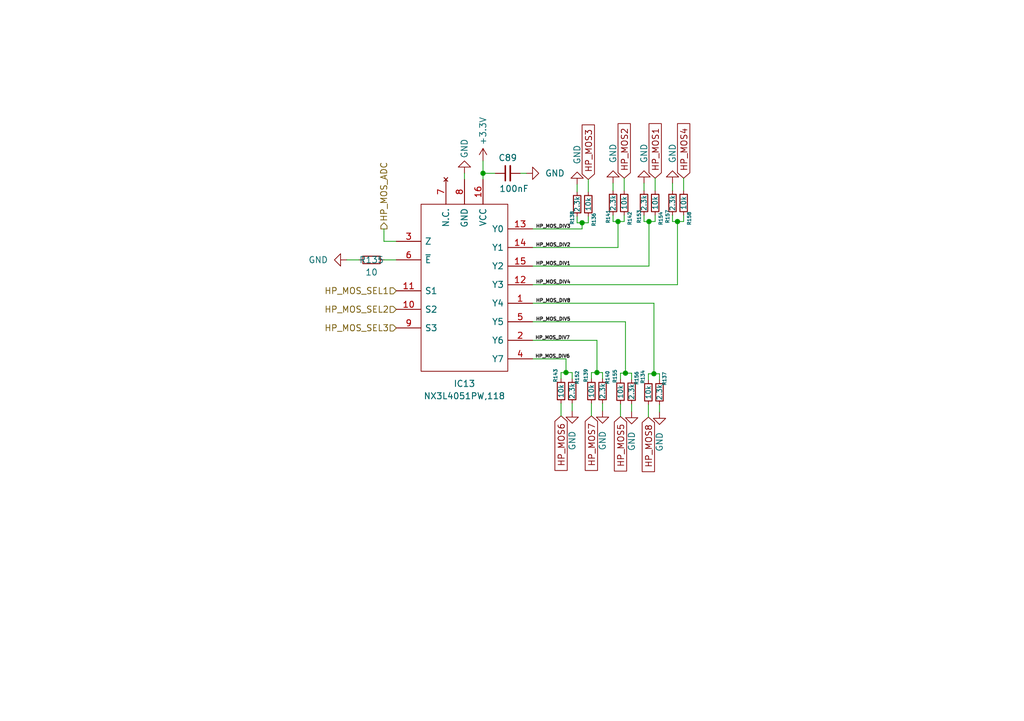
<source format=kicad_sch>
(kicad_sch (version 20211123) (generator eeschema)
  (paper "A5")
  (lib_symbols
    (symbol "Device:C_Small" (pin_numbers hide) (pin_names (offset 0.254) hide)
      (property "Reference" "C" (at 0.254 1.778 0))
      (property "Value" "C_Small" (at 0.254 -2.032 0))
      (symbol "C_Small_0_1"
        (polyline (pts (xy -1.524 -0.508) (xy 1.524 -0.508)) (stroke (width 0.3302)))
        (polyline (pts (xy -1.524 0.508) (xy 1.524 0.508)) (stroke (width 0.3048)))
      )
      (symbol "C_Small_1_1"
        (pin passive line (at 0 2.54 270) (length 2.032) (name "~") (number "1"))
        (pin passive line (at 0 -2.54 90) (length 2.032) (name "~") (number "2"))
      )
    )
    (symbol "Device:R_Small" (pin_numbers hide) (pin_names (offset 0.254) hide)
      (property "Reference" "R" (at 0.762 0.508 0))
      (property "Value" "R_Small" (at 0.762 -1.016 0))
      (symbol "R_Small_0_1"
        (rectangle (start -0.762 1.778) (end 0.762 -1.778) (stroke (width 0.2032)))
      )
      (symbol "R_Small_1_1"
        (pin passive line (at 0 2.54 270) (length 0.762) (name "~") (number "1"))
        (pin passive line (at 0 -2.54 90) (length 0.762) (name "~") (number "2"))
      )
    )
    (symbol "pdms_additional:NX3L4051PW,118" (pin_names (offset 0.762))
      (property "Reference" "IC" (at 59.69 12.7 0))
      (property "Value" "NX3L4051PW,118" (at 59.69 10.16 0))
      (symbol "NX3L4051PW,118_0_0"
        (pin passive line (at 27.94 -17.78 180) (length 5.08) (name "Y4") (number "1"))
        (pin passive line (at 0 -19.05 0) (length 5.08) (name "S2") (number "10"))
        (pin passive line (at 0 -15.24 0) (length 5.08) (name "S1") (number "11"))
        (pin passive line (at 27.94 -13.97 180) (length 5.08) (name "Y3") (number "12"))
        (pin passive line (at 27.94 -2.54 180) (length 5.08) (name "Y0") (number "13"))
        (pin passive line (at 27.94 -6.35 180) (length 5.08) (name "Y1") (number "14"))
        (pin passive line (at 27.94 -10.16 180) (length 5.08) (name "Y2") (number "15"))
        (pin passive line (at 17.78 7.62 270) (length 5.08) (name "VCC") (number "16"))
        (pin passive line (at 27.94 -25.4 180) (length 5.08) (name "Y6") (number "2"))
        (pin passive line (at 0 -5.08 0) (length 5.08) (name "Z") (number "3"))
        (pin passive line (at 27.94 -29.21 180) (length 5.08) (name "Y7") (number "4"))
        (pin passive line (at 27.94 -21.59 180) (length 5.08) (name "Y5") (number "5"))
        (pin passive line (at 0 -8.89 0) (length 5.08) (name "~{E}") (number "6"))
        (pin no_connect line (at 10.16 7.62 270) (length 5.08) (name "N.C.") (number "7"))
        (pin passive line (at 13.97 7.62 270) (length 5.08) (name "GND") (number "8"))
        (pin passive line (at 0 -22.86 0) (length 5.08) (name "S3") (number "9"))
      )
      (symbol "NX3L4051PW,118_0_1"
        (polyline (pts (xy 5.08 2.54) (xy 22.86 2.54) (xy 22.86 -31.75) (xy 5.08 -31.75) (xy 5.08 2.54)) (stroke (width 0.1524)))
      )
    )
    (symbol "power:+3.3V" (power) (pin_names (offset 0))
      (property "Value" "+3.3V" (at 0 3.556 0))
      (symbol "+3.3V_0_1"
        (polyline (pts (xy -0.762 1.27) (xy 0 2.54)))
        (polyline (pts (xy 0 0) (xy 0 2.54)))
        (polyline (pts (xy 0 2.54) (xy 0.762 1.27)))
      )
      (symbol "+3.3V_1_1"
        (pin power_in line (at 0 0 90) (length 0) hide (name "+3.3V") (number "1"))
      )
    )
    (symbol "power:GND" (power) (pin_names (offset 0))
      (property "Value" "GND" (at 0 -3.81 0))
      (symbol "GND_0_1"
        (polyline (pts (xy 0 0) (xy 0 -1.27) (xy 1.27 -1.27) (xy 0 -2.54) (xy -1.27 -1.27) (xy 0 -1.27)))
      )
      (symbol "GND_1_1"
        (pin power_in line (at 0 0 270) (length 0) hide (name "GND") (number "1"))
      )
    )
  )
  (junction (at 116.078 76.454))
  (junction (at 138.938 45.466))
  (junction (at 122.428 76.454))
  (junction (at 99.06 35.56))
  (junction (at 128.27 76.581))
  (junction (at 134.112 76.708))
  (junction (at 133.096 45.466))
  (junction (at 119.38 45.72))
  (junction (at 126.746 45.466))
  (wire (pts (xy 106.68 35.56) (xy 107.95 35.56)))
  (wire (pts (xy 121.285 82.804) (xy 121.285 85.344)))
  (wire (pts (xy 132.08 39.116) (xy 132.08 37.592)))
  (wire (pts (xy 117.348 82.804) (xy 117.348 84.328)))
  (wire (pts (xy 78.74 49.53) (xy 81.28 49.53)))
  (wire (pts (xy 129.54 82.931) (xy 129.54 84.455)))
  (wire (pts (xy 109.22 46.99) (xy 119.38 46.99)))
  (wire (pts (xy 140.208 45.466) (xy 140.208 44.196)))
  (wire (pts (xy 135.255 83.058) (xy 135.255 84.582)))
  (wire (pts (xy 121.285 76.454) (xy 122.428 76.454)))
  (wire (pts (xy 99.06 33.02) (xy 99.06 35.56)))
  (wire (pts (xy 117.348 77.724) (xy 117.348 76.454)))
  (wire (pts (xy 122.428 69.85) (xy 122.428 76.454)))
  (wire (pts (xy 118.364 39.37) (xy 118.364 37.846)))
  (wire (pts (xy 127.254 82.931) (xy 127.254 85.471)))
  (wire (pts (xy 126.746 45.466) (xy 126.746 50.8)))
  (wire (pts (xy 119.38 45.72) (xy 120.65 45.72)))
  (wire (pts (xy 134.112 76.708) (xy 135.255 76.708)))
  (wire (pts (xy 137.922 39.116) (xy 137.922 37.592)))
  (wire (pts (xy 132.969 76.708) (xy 134.112 76.708)))
  (wire (pts (xy 120.65 45.72) (xy 120.65 44.45)))
  (wire (pts (xy 121.285 76.454) (xy 121.285 77.724)))
  (wire (pts (xy 95.25 35.56) (xy 95.25 36.83)))
  (wire (pts (xy 125.73 44.196) (xy 125.73 45.466)))
  (wire (pts (xy 125.73 39.116) (xy 125.73 37.592)))
  (wire (pts (xy 125.73 45.466) (xy 126.746 45.466)))
  (wire (pts (xy 134.366 45.466) (xy 134.366 44.196)))
  (wire (pts (xy 78.74 53.34) (xy 81.28 53.34)))
  (wire (pts (xy 123.571 77.724) (xy 123.571 76.454)))
  (wire (pts (xy 109.22 69.85) (xy 122.428 69.85)))
  (wire (pts (xy 109.22 73.66) (xy 116.078 73.66)))
  (wire (pts (xy 116.078 73.66) (xy 116.078 76.454)))
  (wire (pts (xy 138.938 45.466) (xy 138.938 58.42)))
  (wire (pts (xy 122.428 76.454) (xy 123.571 76.454)))
  (wire (pts (xy 109.22 54.61) (xy 133.096 54.61)))
  (wire (pts (xy 115.062 76.454) (xy 116.078 76.454)))
  (wire (pts (xy 134.366 39.116) (xy 134.366 36.576)))
  (wire (pts (xy 128.27 66.04) (xy 128.27 76.581)))
  (wire (pts (xy 138.938 45.466) (xy 140.208 45.466)))
  (wire (pts (xy 128.016 45.466) (xy 128.016 44.196)))
  (wire (pts (xy 109.22 62.23) (xy 134.112 62.23)))
  (wire (pts (xy 137.922 45.466) (xy 138.938 45.466)))
  (wire (pts (xy 99.06 35.56) (xy 99.06 36.83)))
  (wire (pts (xy 128.016 39.116) (xy 128.016 36.576)))
  (wire (pts (xy 129.54 77.851) (xy 129.54 76.581)))
  (wire (pts (xy 116.078 76.454) (xy 117.348 76.454)))
  (wire (pts (xy 135.255 77.978) (xy 135.255 76.708)))
  (wire (pts (xy 109.22 50.8) (xy 126.746 50.8)))
  (wire (pts (xy 115.062 82.804) (xy 115.062 85.344)))
  (wire (pts (xy 109.22 58.42) (xy 138.938 58.42)))
  (wire (pts (xy 101.6 35.56) (xy 99.06 35.56)))
  (wire (pts (xy 109.22 66.04) (xy 128.27 66.04)))
  (wire (pts (xy 123.571 82.804) (xy 123.571 84.328)))
  (wire (pts (xy 127.254 76.581) (xy 127.254 77.851)))
  (wire (pts (xy 115.062 76.454) (xy 115.062 77.724)))
  (wire (pts (xy 132.969 76.708) (xy 132.969 77.978)))
  (wire (pts (xy 128.27 76.581) (xy 129.54 76.581)))
  (wire (pts (xy 140.208 39.116) (xy 140.208 36.576)))
  (wire (pts (xy 127.254 76.581) (xy 128.27 76.581)))
  (wire (pts (xy 119.38 45.72) (xy 119.38 46.99)))
  (wire (pts (xy 133.096 45.466) (xy 134.366 45.466)))
  (wire (pts (xy 78.74 46.99) (xy 78.74 49.53)))
  (wire (pts (xy 126.746 45.466) (xy 128.016 45.466)))
  (wire (pts (xy 134.112 62.23) (xy 134.112 76.708)))
  (wire (pts (xy 120.65 39.37) (xy 120.65 36.83)))
  (wire (pts (xy 71.12 53.34) (xy 73.66 53.34)))
  (wire (pts (xy 118.364 44.45) (xy 118.364 45.72)))
  (wire (pts (xy 132.969 83.058) (xy 132.969 85.598)))
  (wire (pts (xy 132.08 45.466) (xy 133.096 45.466)))
  (wire (pts (xy 118.364 45.72) (xy 119.38 45.72)))
  (wire (pts (xy 137.922 44.196) (xy 137.922 45.466)))
  (wire (pts (xy 132.08 44.196) (xy 132.08 45.466)))
  (wire (pts (xy 133.096 45.466) (xy 133.096 54.61)))
  (label "HP_MOS_DIV8" (at 109.855 62.23 0) (effects (font (size 0.7 0.7))))
  (label "HP_MOS_DIV4" (at 109.855 58.42 0) (effects (font (size 0.7 0.7))))
  (label "HP_MOS_DIV7" (at 109.728 69.85 0) (effects (font (size 0.7 0.7))))
  (label "HP_MOS_DIV1" (at 109.855 54.61 0) (effects (font (size 0.7 0.7))))
  (label "HP_MOS_DIV3" (at 109.855 46.99 0) (effects (font (size 0.7 0.7))))
  (label "HP_MOS_DIV2" (at 109.855 50.8 0) (effects (font (size 0.7 0.7))))
  (label "HP_MOS_DIV5" (at 109.855 66.04 0) (effects (font (size 0.7 0.7))))
  (label "HP_MOS_DIV6" (at 109.728 73.66 0) (effects (font (size 0.7 0.7))))
  (global_label "HP_MOS3" (shape input) (at 120.65 36.83 90) (property "Intersheet References" "${INTERSHEET_REFS}" (effects hide)))
  (global_label "HP_MOS4" (shape input) (at 140.208 36.576 90) (property "Intersheet References" "${INTERSHEET_REFS}" (effects hide)))
  (global_label "HP_MOS2" (shape input) (at 128.016 36.576 90) (property "Intersheet References" "${INTERSHEET_REFS}" (effects hide)))
  (global_label "HP_MOS1" (shape input) (at 134.366 36.576 90) (property "Intersheet References" "${INTERSHEET_REFS}" (effects hide)))
  (global_label "HP_MOS6" (shape input) (at 115.062 85.344 270) (property "Intersheet References" "${INTERSHEET_REFS}" (effects hide)))
  (global_label "HP_MOS8" (shape input) (at 132.969 85.598 270) (property "Intersheet References" "${INTERSHEET_REFS}" (effects hide)))
  (global_label "HP_MOS7" (shape input) (at 121.285 85.344 270) (property "Intersheet References" "${INTERSHEET_REFS}" (effects hide)))
  (global_label "HP_MOS5" (shape input) (at 127.254 85.471 270) (property "Intersheet References" "${INTERSHEET_REFS}" (effects hide)))
  (hierarchical_label "HP_MOS_SEL2" (shape input) (at 81.28 63.5 180))
  (hierarchical_label "HP_MOS_ADC" (shape output) (at 78.74 46.99 90))
  (hierarchical_label "HP_MOS_SEL3" (shape input) (at 81.28 67.31 180))
  (hierarchical_label "HP_MOS_SEL1" (shape input) (at 81.28 59.69 180))
  (symbol (lib_id "power:GND") (at 107.95 35.56 90) (unit 1)
    (property "Reference" "#PWR0319" (effects hide))
    (property "Value" "GND" (at 111.76 35.5599 90) (effects (justify right)))
  )
  (symbol (lib_id "Device:R_Small") (at 118.364 41.91 0) (unit 1)
    (property "Reference" "R138" (at 117.348 44.704 90) (effects (font (size 0.7 0.7))))
    (property "Value" "2.3k" (at 118.364 41.91 90) (effects (font (size 1 1))))
    (property "Footprint" "Resistor_SMD:R_0402_1005Metric" (effects hide))
  )
  (symbol (lib_id "power:GND") (at 123.571 84.328 0) (unit 1)
    (property "Reference" "#PWR0349" (effects hide))
    (property "Value" "GND" (at 123.5711 88.392 90) (effects (justify right)))
  )
  (symbol (lib_id "Device:R_Small") (at 123.571 80.264 180) (unit 1)
    (property "Reference" "R140" (at 124.587 77.47 90) (effects (font (size 0.7 0.7))))
    (property "Value" "2.3k" (at 123.571 80.264 90) (effects (font (size 1 1))))
    (property "Footprint" "Resistor_SMD:R_0402_1005Metric" (effects hide))
  )
  (symbol (lib_id "Device:R_Small") (at 117.348 80.264 180) (unit 1)
    (property "Reference" "R152" (at 118.364 77.47 90) (effects (font (size 0.7 0.7))))
    (property "Value" "2.3k" (at 117.348 80.264 90) (effects (font (size 1 1))))
    (property "Footprint" "Resistor_SMD:R_0402_1005Metric" (effects hide))
  )
  (symbol (lib_id "Device:R_Small") (at 120.65 41.91 180) (unit 1)
    (property "Reference" "R136" (at 121.793 45.085 90) (effects (font (size 0.7 0.7))))
    (property "Value" "10k" (at 120.65 41.91 90) (effects (font (size 1 1))))
    (property "Footprint" "Resistor_SMD:R_0402_1005Metric" (effects hide))
  )
  (symbol (lib_id "Device:R_Small") (at 135.255 80.518 180) (unit 1)
    (property "Reference" "R137" (at 136.271 77.724 90) (effects (font (size 0.7 0.7))))
    (property "Value" "2.3k" (at 135.255 80.518 90) (effects (font (size 1 1))))
    (property "Footprint" "Resistor_SMD:R_0402_1005Metric" (effects hide))
  )
  (symbol (lib_id "Device:R_Small") (at 127.254 80.391 0) (unit 1)
    (property "Reference" "R155" (at 126.111 77.216 90) (effects (font (size 0.7 0.7))))
    (property "Value" "10k" (at 127.254 80.391 90) (effects (font (size 1 1))))
    (property "Footprint" "Resistor_SMD:R_0402_1005Metric" (effects hide))
  )
  (symbol (lib_id "power:GND") (at 125.73 37.592 180) (unit 1)
    (property "Reference" "#PWR0350" (effects hide))
    (property "Value" "GND" (at 125.7299 33.528 90) (effects (justify right)))
  )
  (symbol (lib_id "Device:R_Small") (at 121.285 80.264 0) (unit 1)
    (property "Reference" "R139" (at 120.142 77.089 90) (effects (font (size 0.7 0.7))))
    (property "Value" "10k" (at 121.285 80.264 90) (effects (font (size 1 1))))
    (property "Footprint" "Resistor_SMD:R_0402_1005Metric" (effects hide))
  )
  (symbol (lib_id "Device:R_Small") (at 76.2 53.34 90) (unit 1)
    (property "Reference" "R135" (at 76.2 53.34 90))
    (property "Value" "10" (at 76.2 55.88 90))
    (property "Footprint" "Resistor_SMD:R_0402_1005Metric" (effects hide))
  )
  (symbol (lib_id "power:+3.3V") (at 99.06 33.02 0) (unit 1)
    (property "Reference" "#PWR0343" (effects hide))
    (property "Value" "+3.3V" (at 99.06 29.845 90) (effects (justify left)))
  )
  (symbol (lib_id "power:GND") (at 132.08 37.592 180) (unit 1)
    (property "Reference" "#PWR0353" (effects hide))
    (property "Value" "GND" (at 132.0799 33.528 90) (effects (justify right)))
  )
  (symbol (lib_id "Device:R_Small") (at 132.08 41.656 0) (unit 1)
    (property "Reference" "R153" (at 131.064 44.45 90) (effects (font (size 0.7 0.7))))
    (property "Value" "2.3k" (at 132.08 41.656 90) (effects (font (size 1 1))))
    (property "Footprint" "Resistor_SMD:R_0402_1005Metric" (effects hide))
  )
  (symbol (lib_id "Device:R_Small") (at 128.016 41.656 180) (unit 1)
    (property "Reference" "R142" (at 129.159 44.831 90) (effects (font (size 0.7 0.7))))
    (property "Value" "10k" (at 128.016 41.656 90) (effects (font (size 1 1))))
    (property "Footprint" "Resistor_SMD:R_0402_1005Metric" (effects hide))
  )
  (symbol (lib_id "power:GND") (at 118.364 37.846 180) (unit 1)
    (property "Reference" "#PWR0351" (effects hide))
    (property "Value" "GND" (at 118.3639 33.782 90) (effects (justify right)))
  )
  (symbol (lib_id "power:GND") (at 137.922 37.592 180) (unit 1)
    (property "Reference" "#PWR0352" (effects hide))
    (property "Value" "GND" (at 137.9219 33.528 90) (effects (justify right)))
  )
  (symbol (lib_id "Device:R_Small") (at 137.922 41.656 0) (unit 1)
    (property "Reference" "R157" (at 136.906 44.45 90) (effects (font (size 0.7 0.7))))
    (property "Value" "2.3k" (at 137.922 41.656 90) (effects (font (size 1 1))))
    (property "Footprint" "Resistor_SMD:R_0402_1005Metric" (effects hide))
  )
  (symbol (lib_id "power:GND") (at 117.348 84.328 0) (unit 1)
    (property "Reference" "#PWR0347" (effects hide))
    (property "Value" "GND" (at 117.3481 88.392 90) (effects (justify right)))
  )
  (symbol (lib_id "power:GND") (at 95.25 35.56 180) (unit 1)
    (property "Reference" "#PWR0344" (effects hide))
    (property "Value" "GND" (at 95.25 30.48 90))
  )
  (symbol (lib_id "Device:R_Small") (at 115.062 80.264 0) (unit 1)
    (property "Reference" "R143" (at 113.919 77.089 90) (effects (font (size 0.7 0.7))))
    (property "Value" "10k" (at 115.062 80.264 90) (effects (font (size 1 1))))
    (property "Footprint" "Resistor_SMD:R_0402_1005Metric" (effects hide))
  )
  (symbol (lib_id "Device:C_Small") (at 104.14 35.56 90) (unit 1)
    (property "Reference" "C89" (at 104.14 32.385 90))
    (property "Value" "100nF" (at 105.41 38.735 90))
    (property "Footprint" "Capacitor_SMD:C_0402_1005Metric" (effects hide))
  )
  (symbol (lib_id "power:GND") (at 129.54 84.455 0) (unit 1)
    (property "Reference" "#PWR0348" (effects hide))
    (property "Value" "GND" (at 129.5401 88.519 90) (effects (justify right)))
  )
  (symbol (lib_id "Device:R_Small") (at 129.54 80.391 180) (unit 1)
    (property "Reference" "R156" (at 130.556 77.597 90) (effects (font (size 0.7 0.7))))
    (property "Value" "2.3k" (at 129.54 80.391 90) (effects (font (size 1 1))))
    (property "Footprint" "Resistor_SMD:R_0402_1005Metric" (effects hide))
  )
  (symbol (lib_id "Device:R_Small") (at 125.73 41.656 0) (unit 1)
    (property "Reference" "R141" (at 124.714 44.45 90) (effects (font (size 0.7 0.7))))
    (property "Value" "2.3k" (at 125.73 41.656 90) (effects (font (size 1 1))))
    (property "Footprint" "Resistor_SMD:R_0402_1005Metric" (effects hide))
  )
  (symbol (lib_id "power:GND") (at 135.255 84.582 0) (unit 1)
    (property "Reference" "#PWR0345" (effects hide))
    (property "Value" "GND" (at 135.2551 88.646 90) (effects (justify right)))
  )
  (symbol (lib_id "Device:R_Small") (at 132.969 80.518 0) (unit 1)
    (property "Reference" "R134" (at 131.826 77.343 90) (effects (font (size 0.7 0.7))))
    (property "Value" "10k" (at 132.969 80.518 90) (effects (font (size 1 1))))
    (property "Footprint" "Resistor_SMD:R_0402_1005Metric" (effects hide))
  )
  (symbol (lib_id "pdms_additional:NX3L4051PW,118") (at 81.28 44.45 0) (unit 1)
    (property "Reference" "IC13" (at 95.25 78.74 0))
    (property "Value" "NX3L4051PW,118" (at 95.25 81.28 0))
    (property "Footprint" "PDMS_Additional:SOP65P640X110-16N" (effects hide))
    (property "Datasheet" "http://www.nxp.com/docs/en/data-sheet/NX3L4051.pdf" (effects hide))
    (property "Description" "Analog Switch ICs ANLG SWT SPST 3.3V" (effects hide))
    (property "Height" "1.1" (effects hide))
    (property "Manufacturer_Name" "NXP" (effects hide))
    (property "Manufacturer_Part_Number" "NX3L4051PW,118" (effects hide))
    (property "Mouser Part Number" "771-NX3L4051PW118" (effects hide))
    (property "Mouser Price/Stock" "https://www.mouser.co.uk/ProductDetail/NXP-Semiconductors/NX3L4051PW118?qs=vbj%2FKoHZRAgFepmnkfH0Pw%3D%3D" (effects hide))
    (property "Arrow Part Number" "NX3L4051PW,118" (effects hide))
    (property "Arrow Price/Stock" "https://www.arrow.com/en/products/nx3l4051pw118/nxp-semiconductors?region=nac" (effects hide))
  )
  (symbol (lib_id "Device:R_Small") (at 140.208 41.656 180) (unit 1)
    (property "Reference" "R158" (at 141.351 44.831 90) (effects (font (size 0.7 0.7))))
    (property "Value" "10k" (at 140.208 41.656 90) (effects (font (size 1 1))))
    (property "Footprint" "Resistor_SMD:R_0402_1005Metric" (effects hide))
  )
  (symbol (lib_id "power:GND") (at 71.12 53.34 270) (unit 1)
    (property "Reference" "#PWR0346" (effects hide))
    (property "Value" "GND" (at 67.31 53.3399 90) (effects (justify right)))
  )
  (symbol (lib_id "Device:R_Small") (at 134.366 41.656 180) (unit 1)
    (property "Reference" "R154" (at 135.509 44.831 90) (effects (font (size 0.7 0.7))))
    (property "Value" "10k" (at 134.366 41.656 90) (effects (font (size 1 1))))
    (property "Footprint" "Resistor_SMD:R_0402_1005Metric" (effects hide))
  )
)
</source>
